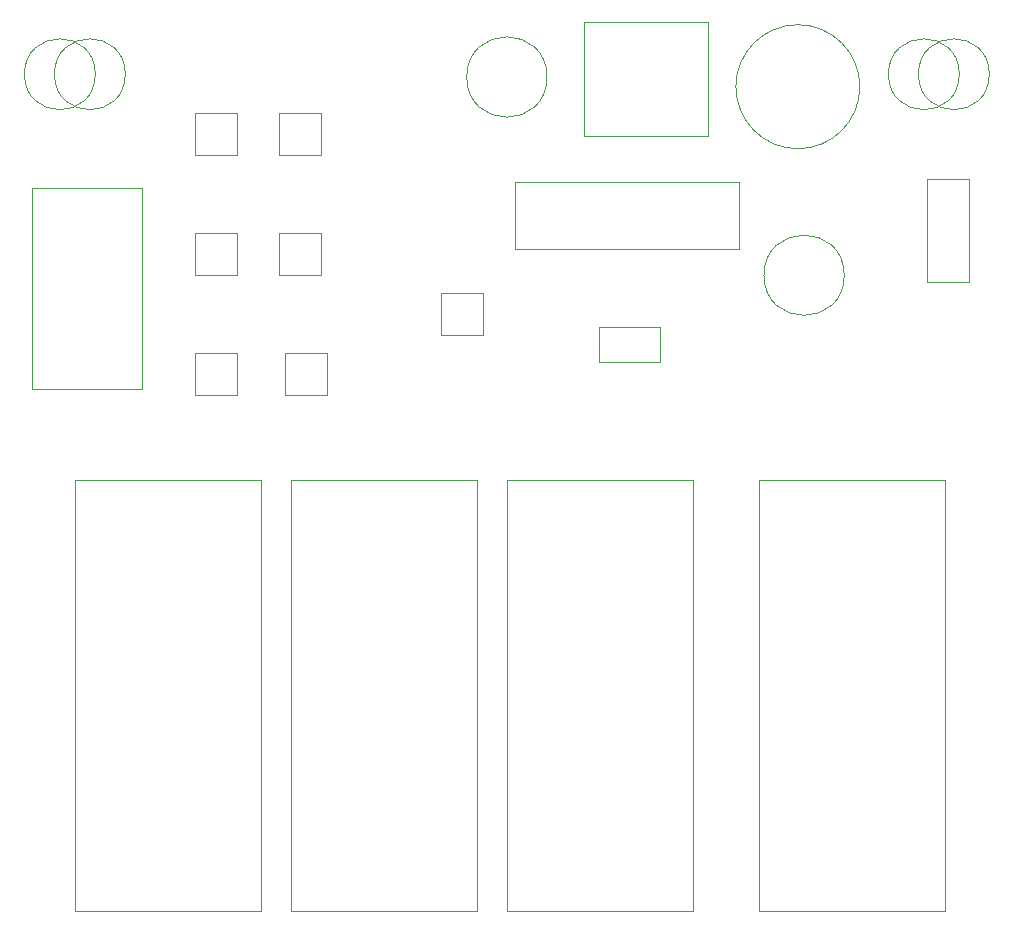
<source format=gbr>
G04 #@! TF.GenerationSoftware,KiCad,Pcbnew,5.0.2-bee76a0~70~ubuntu18.04.1*
G04 #@! TF.CreationDate,2019-03-10T14:25:10+00:00*
G04 #@! TF.ProjectId,Lcr_addon,4c63725f-6164-4646-9f6e-2e6b69636164,rev?*
G04 #@! TF.SameCoordinates,Original*
G04 #@! TF.FileFunction,Other,User*
%FSLAX46Y46*%
G04 Gerber Fmt 4.6, Leading zero omitted, Abs format (unit mm)*
G04 Created by KiCad (PCBNEW 5.0.2-bee76a0~70~ubuntu18.04.1) date Sun 10 Mar 2019 14:25:10 GMT*
%MOMM*%
%LPD*%
G01*
G04 APERTURE LIST*
%ADD10C,0.050000*%
G04 APERTURE END LIST*
D10*
G04 #@! TO.C,J2*
X38780000Y-83018000D02*
X48080000Y-83018000D01*
X48080000Y-83018000D02*
X48080000Y-66018000D01*
X48080000Y-66018000D02*
X38780000Y-66018000D01*
X38780000Y-66018000D02*
X38780000Y-83018000D01*
G04 #@! TO.C,REF\002A\002A*
X119840000Y-56388000D02*
G75*
G03X119840000Y-56388000I-3000000J0D01*
G01*
X117300000Y-56388000D02*
G75*
G03X117300000Y-56388000I-3000000J0D01*
G01*
X46688000Y-56388000D02*
G75*
G03X46688000Y-56388000I-3000000J0D01*
G01*
G04 #@! TO.C,U4*
X85526000Y-52002000D02*
X85526000Y-61602000D01*
X85526000Y-61602000D02*
X96026000Y-61602000D01*
X96026000Y-61602000D02*
X96026000Y-52002000D01*
X96026000Y-52002000D02*
X85526000Y-52002000D01*
G04 #@! TO.C,U6*
X59688000Y-73388000D02*
X59688000Y-69868000D01*
X59688000Y-73388000D02*
X63238000Y-73388000D01*
X63238000Y-69868000D02*
X59688000Y-69868000D01*
X63238000Y-69868000D02*
X63238000Y-73388000D01*
G04 #@! TO.C,C1*
X82394000Y-56622000D02*
G75*
G03X82394000Y-56622000I-3400000J0D01*
G01*
G04 #@! TO.C,C2*
X107560000Y-73406000D02*
G75*
G03X107560000Y-73406000I-3400000J0D01*
G01*
G04 #@! TO.C,D1*
X79684000Y-65476000D02*
X79684000Y-71176000D01*
X79684000Y-71176000D02*
X98624000Y-71176000D01*
X98624000Y-71176000D02*
X98624000Y-65476000D01*
X98624000Y-65476000D02*
X79684000Y-65476000D01*
G04 #@! TO.C,J4*
X100354000Y-90772000D02*
X100354000Y-127272000D01*
X100354000Y-127272000D02*
X116054000Y-127272000D01*
X116054000Y-90772000D02*
X116054000Y-127272000D01*
X116054000Y-90772000D02*
X100354000Y-90772000D01*
G04 #@! TO.C,J5*
X60730000Y-90772000D02*
X60730000Y-127272000D01*
X60730000Y-127272000D02*
X76430000Y-127272000D01*
X76430000Y-90772000D02*
X76430000Y-127272000D01*
X76430000Y-90772000D02*
X60730000Y-90772000D01*
G04 #@! TO.C,J6*
X94718000Y-90772000D02*
X79018000Y-90772000D01*
X94718000Y-90772000D02*
X94718000Y-127272000D01*
X79018000Y-127272000D02*
X94718000Y-127272000D01*
X79018000Y-90772000D02*
X79018000Y-127272000D01*
G04 #@! TO.C,J7*
X58142000Y-90772000D02*
X42442000Y-90772000D01*
X58142000Y-90772000D02*
X58142000Y-127272000D01*
X42442000Y-127272000D02*
X58142000Y-127272000D01*
X42442000Y-90772000D02*
X42442000Y-127272000D01*
G04 #@! TO.C,L1*
X108882000Y-57444000D02*
G75*
G03X108882000Y-57444000I-5250000J0D01*
G01*
G04 #@! TO.C,U1*
X52576000Y-83548000D02*
X52576000Y-80028000D01*
X52576000Y-83548000D02*
X56126000Y-83548000D01*
X56126000Y-80028000D02*
X52576000Y-80028000D01*
X56126000Y-80028000D02*
X56126000Y-83548000D01*
G04 #@! TO.C,U2*
X56126000Y-69868000D02*
X56126000Y-73388000D01*
X56126000Y-69868000D02*
X52576000Y-69868000D01*
X52576000Y-73388000D02*
X56126000Y-73388000D01*
X52576000Y-73388000D02*
X52576000Y-69868000D01*
G04 #@! TO.C,U3*
X52576000Y-63228000D02*
X52576000Y-59708000D01*
X52576000Y-63228000D02*
X56126000Y-63228000D01*
X56126000Y-59708000D02*
X52576000Y-59708000D01*
X56126000Y-59708000D02*
X56126000Y-63228000D01*
G04 #@! TO.C,U5*
X63746000Y-80028000D02*
X63746000Y-83548000D01*
X63746000Y-80028000D02*
X60196000Y-80028000D01*
X60196000Y-83548000D02*
X63746000Y-83548000D01*
X60196000Y-83548000D02*
X60196000Y-80028000D01*
G04 #@! TO.C,U7*
X63238000Y-59708000D02*
X63238000Y-63228000D01*
X63238000Y-59708000D02*
X59688000Y-59708000D01*
X59688000Y-63228000D02*
X63238000Y-63228000D01*
X59688000Y-63228000D02*
X59688000Y-59708000D01*
G04 #@! TO.C,U8*
X73404000Y-78468000D02*
X73404000Y-74948000D01*
X73404000Y-78468000D02*
X76954000Y-78468000D01*
X76954000Y-74948000D02*
X73404000Y-74948000D01*
X76954000Y-74948000D02*
X76954000Y-78468000D01*
G04 #@! TO.C,J8*
X118132000Y-73936000D02*
X118132000Y-65286000D01*
X118132000Y-65286000D02*
X114532000Y-65286000D01*
X114532000Y-65286000D02*
X114532000Y-73936000D01*
X114532000Y-73936000D02*
X118132000Y-73936000D01*
G04 #@! TO.C,REF\002A\002A*
X44148000Y-56388000D02*
G75*
G03X44148000Y-56388000I-3000000J0D01*
G01*
G04 #@! TO.C,R1*
X91924000Y-80748000D02*
X91924000Y-77748000D01*
X91924000Y-77748000D02*
X86834000Y-77748000D01*
X86834000Y-77748000D02*
X86834000Y-80748000D01*
X86834000Y-80748000D02*
X91924000Y-80748000D01*
G04 #@! TD*
M02*

</source>
